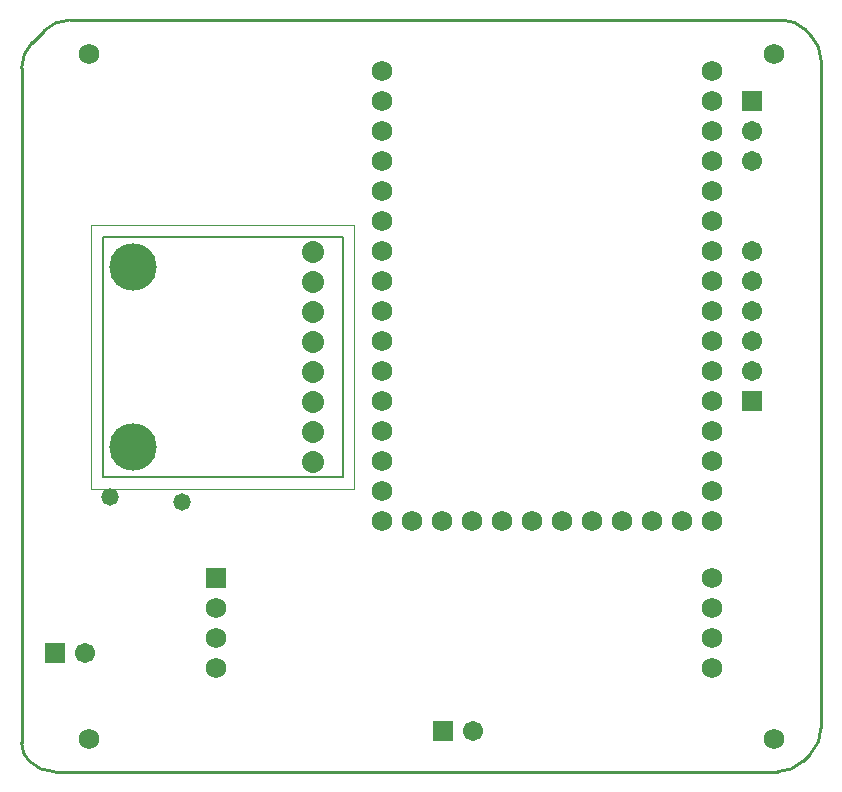
<source format=gbs>
G04 Layer_Color=16711935*
%FSLAX25Y25*%
%MOIN*%
G70*
G01*
G75*
%ADD14C,0.01000*%
%ADD15C,0.00787*%
%ADD16C,0.00394*%
%ADD29C,0.06800*%
%ADD30R,0.06706X0.06706*%
%ADD31C,0.06706*%
%ADD32R,0.06706X0.06706*%
%ADD33C,0.15800*%
%ADD34C,0.07355*%
%ADD35R,0.06800X0.06800*%
%ADD36C,0.05800*%
D14*
X190500Y365500D02*
G03*
X181965Y361965I0J-12071D01*
G01*
X178035Y358035D02*
G03*
X174500Y349500I8535J-8535D01*
G01*
Y124485D02*
G03*
X176964Y118535I8414J0D01*
G01*
D02*
G03*
X185500Y115000I8535J8535D01*
G01*
X426500D02*
G03*
X435036Y118535I0J12071D01*
G01*
X437465Y120965D02*
G03*
X441000Y129500I-8535J8535D01*
G01*
Y352000D02*
G03*
X437465Y360536I-12071J0D01*
G01*
X435500Y362500D02*
G03*
X428257Y365500I-7243J-7243D01*
G01*
X190500D02*
X346500D01*
X178035Y358035D02*
X181965Y361965D01*
X174500Y124485D02*
Y349500D01*
X185500Y115000D02*
X426500D01*
X435036Y118535D02*
X437465Y120965D01*
X441000Y129500D02*
Y352000D01*
X435500Y362500D02*
X437465Y360536D01*
X346500Y365500D02*
X428257D01*
D15*
X201500Y213222D02*
X281500D01*
Y293222D01*
X201500D02*
X281500D01*
X201500Y213222D02*
Y293222D01*
D16*
X197563Y209285D02*
X285437D01*
Y297160D01*
X197563D02*
X285437D01*
X197563Y209285D02*
Y297160D01*
D29*
X196850Y125984D02*
D03*
X425197D02*
D03*
Y354331D02*
D03*
X196850D02*
D03*
X294500Y198500D02*
D03*
Y208500D02*
D03*
Y218500D02*
D03*
Y228500D02*
D03*
Y238500D02*
D03*
Y248500D02*
D03*
Y258500D02*
D03*
Y268500D02*
D03*
Y278500D02*
D03*
Y288500D02*
D03*
Y298500D02*
D03*
Y308500D02*
D03*
Y318500D02*
D03*
Y328500D02*
D03*
Y338500D02*
D03*
Y348500D02*
D03*
X304500Y198500D02*
D03*
X314500D02*
D03*
X324500D02*
D03*
X334500D02*
D03*
X344500D02*
D03*
X354500D02*
D03*
X364500D02*
D03*
X374500D02*
D03*
X384500D02*
D03*
X394500D02*
D03*
X404500D02*
D03*
Y208500D02*
D03*
Y218500D02*
D03*
Y228500D02*
D03*
Y238500D02*
D03*
Y248500D02*
D03*
Y258500D02*
D03*
Y268500D02*
D03*
Y278500D02*
D03*
Y288500D02*
D03*
Y298500D02*
D03*
Y308500D02*
D03*
Y318500D02*
D03*
Y328500D02*
D03*
Y338500D02*
D03*
Y348500D02*
D03*
Y149500D02*
D03*
Y159500D02*
D03*
Y169500D02*
D03*
Y179500D02*
D03*
X239146Y169500D02*
D03*
Y159500D02*
D03*
Y149500D02*
D03*
D30*
X185500Y154409D02*
D03*
X315000Y128500D02*
D03*
D31*
X195500Y154409D02*
D03*
X325000Y128500D02*
D03*
X418000Y248453D02*
D03*
Y258453D02*
D03*
Y268453D02*
D03*
Y278453D02*
D03*
Y288453D02*
D03*
Y328547D02*
D03*
Y318547D02*
D03*
D32*
Y238453D02*
D03*
Y338547D02*
D03*
D33*
X211500Y283222D02*
D03*
Y223222D02*
D03*
D34*
X271500Y288222D02*
D03*
Y278222D02*
D03*
Y268222D02*
D03*
Y258222D02*
D03*
Y248222D02*
D03*
Y238222D02*
D03*
Y228222D02*
D03*
Y218222D02*
D03*
D35*
X239146Y179500D02*
D03*
D36*
X204000Y206500D02*
D03*
X228000Y205000D02*
D03*
M02*

</source>
